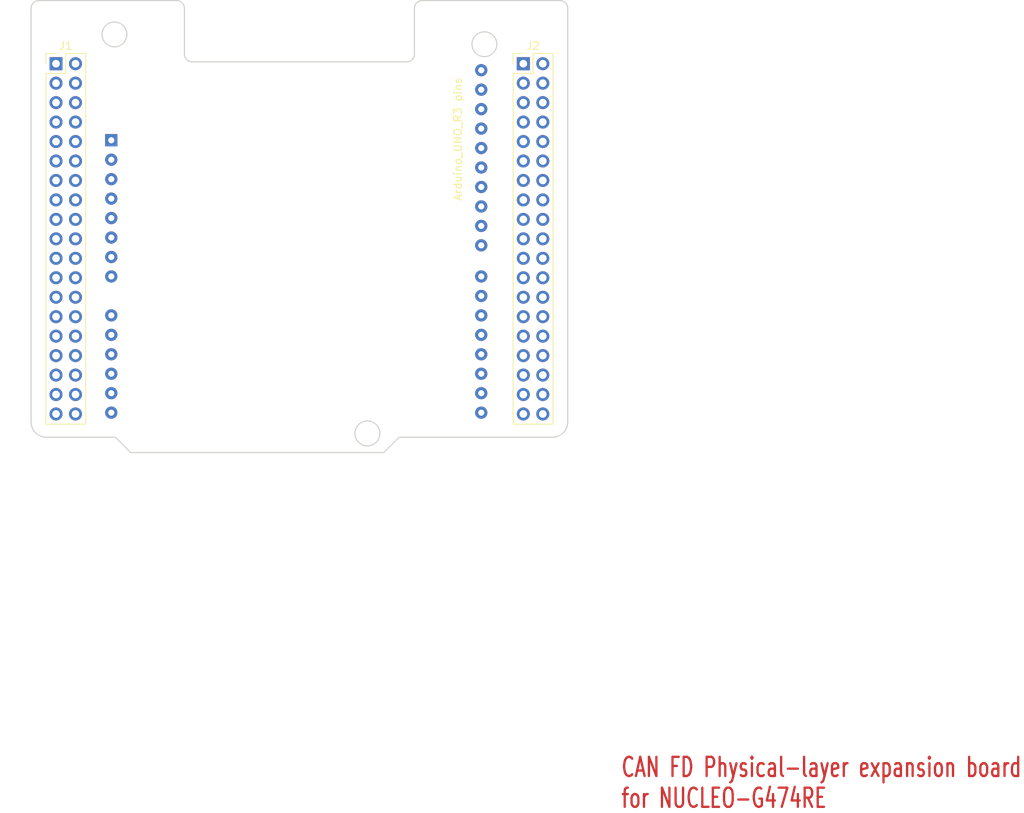
<source format=kicad_pcb>
(kicad_pcb (version 20171130) (host pcbnew "(5.1.5)-3")

  (general
    (thickness 1.6)
    (drawings 24)
    (tracks 0)
    (zones 0)
    (modules 3)
    (nets 77)
  )

  (page A4)
  (layers
    (0 F.Cu signal)
    (31 B.Cu signal)
    (32 B.Adhes user)
    (33 F.Adhes user)
    (34 B.Paste user)
    (35 F.Paste user)
    (36 B.SilkS user)
    (37 F.SilkS user)
    (38 B.Mask user)
    (39 F.Mask user)
    (40 Dwgs.User user)
    (41 Cmts.User user)
    (42 Eco1.User user)
    (43 Eco2.User user)
    (44 Edge.Cuts user)
    (45 Margin user)
    (46 B.CrtYd user)
    (47 F.CrtYd user)
    (48 B.Fab user)
    (49 F.Fab user)
  )

  (setup
    (last_trace_width 0.25)
    (trace_clearance 0.2)
    (zone_clearance 0.508)
    (zone_45_only no)
    (trace_min 0.2)
    (via_size 0.8)
    (via_drill 0.4)
    (via_min_size 0.4)
    (via_min_drill 0.3)
    (uvia_size 0.3)
    (uvia_drill 0.1)
    (uvias_allowed no)
    (uvia_min_size 0.2)
    (uvia_min_drill 0.1)
    (edge_width 0.05)
    (segment_width 0.2)
    (pcb_text_width 0.3)
    (pcb_text_size 1.5 1.5)
    (mod_edge_width 0.12)
    (mod_text_size 1 1)
    (mod_text_width 0.15)
    (pad_size 1.524 1.524)
    (pad_drill 0.762)
    (pad_to_mask_clearance 0.051)
    (solder_mask_min_width 0.25)
    (aux_axis_origin 0 0)
    (grid_origin 102.235 126.873)
    (visible_elements FFFFFF7F)
    (pcbplotparams
      (layerselection 0x010fc_ffffffff)
      (usegerberextensions false)
      (usegerberattributes false)
      (usegerberadvancedattributes false)
      (creategerberjobfile false)
      (excludeedgelayer true)
      (linewidth 0.100000)
      (plotframeref false)
      (viasonmask false)
      (mode 1)
      (useauxorigin false)
      (hpglpennumber 1)
      (hpglpenspeed 20)
      (hpglpendiameter 15.000000)
      (psnegative false)
      (psa4output false)
      (plotreference true)
      (plotvalue true)
      (plotinvisibletext false)
      (padsonsilk false)
      (subtractmaskfromsilk false)
      (outputformat 1)
      (mirror false)
      (drillshape 1)
      (scaleselection 1)
      (outputdirectory ""))
  )

  (net 0 "")
  (net 1 "Net-(J1-Pad1)")
  (net 2 "Net-(J1-Pad2)")
  (net 3 "Net-(J1-Pad3)")
  (net 4 "Net-(J1-Pad4)")
  (net 5 "Net-(J1-Pad5)")
  (net 6 "Net-(J1-Pad6)")
  (net 7 "Net-(J1-Pad7)")
  (net 8 "Net-(J1-Pad8)")
  (net 9 "Net-(J1-Pad9)")
  (net 10 "Net-(J1-Pad10)")
  (net 11 "Net-(J1-Pad11)")
  (net 12 "Net-(J1-Pad12)")
  (net 13 "Net-(J1-Pad13)")
  (net 14 "Net-(J1-Pad14)")
  (net 15 "Net-(J1-Pad15)")
  (net 16 "Net-(J1-Pad16)")
  (net 17 "Net-(J1-Pad17)")
  (net 18 "Net-(J1-Pad18)")
  (net 19 "Net-(J1-Pad19)")
  (net 20 "Net-(J1-Pad20)")
  (net 21 "Net-(J1-Pad21)")
  (net 22 "Net-(J1-Pad22)")
  (net 23 "Net-(J1-Pad23)")
  (net 24 "Net-(J1-Pad24)")
  (net 25 "Net-(J1-Pad25)")
  (net 26 "Net-(J1-Pad26)")
  (net 27 "Net-(J1-Pad27)")
  (net 28 "Net-(J1-Pad28)")
  (net 29 "Net-(J1-Pad29)")
  (net 30 "Net-(J1-Pad30)")
  (net 31 "Net-(J1-Pad31)")
  (net 32 "Net-(J1-Pad32)")
  (net 33 "Net-(J1-Pad33)")
  (net 34 "Net-(J1-Pad34)")
  (net 35 "Net-(J1-Pad35)")
  (net 36 "Net-(J1-Pad36)")
  (net 37 "Net-(J1-Pad37)")
  (net 38 "Net-(J1-Pad38)")
  (net 39 "Net-(J2-Pad1)")
  (net 40 "Net-(J2-Pad2)")
  (net 41 "Net-(J2-Pad3)")
  (net 42 "Net-(J2-Pad4)")
  (net 43 "Net-(J2-Pad5)")
  (net 44 "Net-(J2-Pad6)")
  (net 45 "Net-(J2-Pad7)")
  (net 46 "Net-(J2-Pad8)")
  (net 47 "Net-(J2-Pad9)")
  (net 48 "Net-(J2-Pad10)")
  (net 49 "Net-(J2-Pad11)")
  (net 50 "Net-(J2-Pad12)")
  (net 51 "Net-(J2-Pad13)")
  (net 52 "Net-(J2-Pad14)")
  (net 53 "Net-(J2-Pad15)")
  (net 54 "Net-(J2-Pad16)")
  (net 55 "Net-(J2-Pad17)")
  (net 56 "Net-(J2-Pad18)")
  (net 57 "Net-(J2-Pad19)")
  (net 58 "Net-(J2-Pad20)")
  (net 59 "Net-(J2-Pad21)")
  (net 60 "Net-(J2-Pad22)")
  (net 61 "Net-(J2-Pad23)")
  (net 62 "Net-(J2-Pad24)")
  (net 63 "Net-(J2-Pad25)")
  (net 64 "Net-(J2-Pad26)")
  (net 65 "Net-(J2-Pad27)")
  (net 66 "Net-(J2-Pad28)")
  (net 67 "Net-(J2-Pad29)")
  (net 68 "Net-(J2-Pad30)")
  (net 69 "Net-(J2-Pad31)")
  (net 70 "Net-(J2-Pad32)")
  (net 71 "Net-(J2-Pad33)")
  (net 72 "Net-(J2-Pad34)")
  (net 73 "Net-(J2-Pad35)")
  (net 74 "Net-(J2-Pad36)")
  (net 75 "Net-(J2-Pad37)")
  (net 76 "Net-(J2-Pad38)")

  (net_class Default "This is the default net class."
    (clearance 0.2)
    (trace_width 0.25)
    (via_dia 0.8)
    (via_drill 0.4)
    (uvia_dia 0.3)
    (uvia_drill 0.1)
    (add_net "Net-(J1-Pad1)")
    (add_net "Net-(J1-Pad10)")
    (add_net "Net-(J1-Pad11)")
    (add_net "Net-(J1-Pad12)")
    (add_net "Net-(J1-Pad13)")
    (add_net "Net-(J1-Pad14)")
    (add_net "Net-(J1-Pad15)")
    (add_net "Net-(J1-Pad16)")
    (add_net "Net-(J1-Pad17)")
    (add_net "Net-(J1-Pad18)")
    (add_net "Net-(J1-Pad19)")
    (add_net "Net-(J1-Pad2)")
    (add_net "Net-(J1-Pad20)")
    (add_net "Net-(J1-Pad21)")
    (add_net "Net-(J1-Pad22)")
    (add_net "Net-(J1-Pad23)")
    (add_net "Net-(J1-Pad24)")
    (add_net "Net-(J1-Pad25)")
    (add_net "Net-(J1-Pad26)")
    (add_net "Net-(J1-Pad27)")
    (add_net "Net-(J1-Pad28)")
    (add_net "Net-(J1-Pad29)")
    (add_net "Net-(J1-Pad3)")
    (add_net "Net-(J1-Pad30)")
    (add_net "Net-(J1-Pad31)")
    (add_net "Net-(J1-Pad32)")
    (add_net "Net-(J1-Pad33)")
    (add_net "Net-(J1-Pad34)")
    (add_net "Net-(J1-Pad35)")
    (add_net "Net-(J1-Pad36)")
    (add_net "Net-(J1-Pad37)")
    (add_net "Net-(J1-Pad38)")
    (add_net "Net-(J1-Pad4)")
    (add_net "Net-(J1-Pad5)")
    (add_net "Net-(J1-Pad6)")
    (add_net "Net-(J1-Pad7)")
    (add_net "Net-(J1-Pad8)")
    (add_net "Net-(J1-Pad9)")
    (add_net "Net-(J2-Pad1)")
    (add_net "Net-(J2-Pad10)")
    (add_net "Net-(J2-Pad11)")
    (add_net "Net-(J2-Pad12)")
    (add_net "Net-(J2-Pad13)")
    (add_net "Net-(J2-Pad14)")
    (add_net "Net-(J2-Pad15)")
    (add_net "Net-(J2-Pad16)")
    (add_net "Net-(J2-Pad17)")
    (add_net "Net-(J2-Pad18)")
    (add_net "Net-(J2-Pad19)")
    (add_net "Net-(J2-Pad2)")
    (add_net "Net-(J2-Pad20)")
    (add_net "Net-(J2-Pad21)")
    (add_net "Net-(J2-Pad22)")
    (add_net "Net-(J2-Pad23)")
    (add_net "Net-(J2-Pad24)")
    (add_net "Net-(J2-Pad25)")
    (add_net "Net-(J2-Pad26)")
    (add_net "Net-(J2-Pad27)")
    (add_net "Net-(J2-Pad28)")
    (add_net "Net-(J2-Pad29)")
    (add_net "Net-(J2-Pad3)")
    (add_net "Net-(J2-Pad30)")
    (add_net "Net-(J2-Pad31)")
    (add_net "Net-(J2-Pad32)")
    (add_net "Net-(J2-Pad33)")
    (add_net "Net-(J2-Pad34)")
    (add_net "Net-(J2-Pad35)")
    (add_net "Net-(J2-Pad36)")
    (add_net "Net-(J2-Pad37)")
    (add_net "Net-(J2-Pad38)")
    (add_net "Net-(J2-Pad4)")
    (add_net "Net-(J2-Pad5)")
    (add_net "Net-(J2-Pad6)")
    (add_net "Net-(J2-Pad7)")
    (add_net "Net-(J2-Pad8)")
    (add_net "Net-(J2-Pad9)")
  )

  (module Modules:Arduino_UNO_R3 (layer B.Cu) (tedit 5E55A5C0) (tstamp 5E55A99D)
    (at 112.695 88.103 270)
    (descr "Arduino UNO R3, http://www.mouser.com/pdfdocs/Gravitech_Arduino_Nano3_0.pdf")
    (tags "Arduino UNO R3")
    (fp_text reference "Arduino_UNO_R3 pins" (at -0.127 -45.212 90) (layer F.SilkS)
      (effects (font (size 1 1) (thickness 0.15)))
    )
    (fp_text value Arduino_UNO_R3_pins (at 6.985 -2.159 90) (layer F.Fab)
      (effects (font (size 1 1) (thickness 0.15)))
    )
    (pad 16 thru_hole oval (at 33.02 -48.26 180) (size 1.6 1.6) (drill 0.8) (layers *.Cu *.Mask))
    (pad 15 thru_hole oval (at 35.56 -48.26 180) (size 1.6 1.6) (drill 0.8) (layers *.Cu *.Mask))
    (pad 30 thru_hole oval (at -4.06 -48.26 180) (size 1.6 1.6) (drill 0.8) (layers *.Cu *.Mask))
    (pad 14 thru_hole oval (at 35.56 0 180) (size 1.6 1.6) (drill 0.8) (layers *.Cu *.Mask))
    (pad 29 thru_hole oval (at -1.52 -48.26 180) (size 1.6 1.6) (drill 0.8) (layers *.Cu *.Mask))
    (pad 13 thru_hole oval (at 33.02 0 180) (size 1.6 1.6) (drill 0.8) (layers *.Cu *.Mask))
    (pad 28 thru_hole oval (at 1.02 -48.26 180) (size 1.6 1.6) (drill 0.8) (layers *.Cu *.Mask))
    (pad 12 thru_hole oval (at 30.48 0 180) (size 1.6 1.6) (drill 0.8) (layers *.Cu *.Mask))
    (pad 27 thru_hole oval (at 3.56 -48.26 180) (size 1.6 1.6) (drill 0.8) (layers *.Cu *.Mask))
    (pad 11 thru_hole oval (at 27.94 0 180) (size 1.6 1.6) (drill 0.8) (layers *.Cu *.Mask))
    (pad 26 thru_hole oval (at 6.1 -48.26 180) (size 1.6 1.6) (drill 0.8) (layers *.Cu *.Mask))
    (pad 10 thru_hole oval (at 25.4 0 180) (size 1.6 1.6) (drill 0.8) (layers *.Cu *.Mask))
    (pad 25 thru_hole oval (at 8.64 -48.26 180) (size 1.6 1.6) (drill 0.8) (layers *.Cu *.Mask))
    (pad 9 thru_hole oval (at 22.86 0 180) (size 1.6 1.6) (drill 0.8) (layers *.Cu *.Mask))
    (pad 24 thru_hole oval (at 11.18 -48.26 180) (size 1.6 1.6) (drill 0.8) (layers *.Cu *.Mask))
    (pad 8 thru_hole oval (at 17.78 0 180) (size 1.6 1.6) (drill 0.8) (layers *.Cu *.Mask))
    (pad 23 thru_hole oval (at 13.72 -48.26 180) (size 1.6 1.6) (drill 0.8) (layers *.Cu *.Mask))
    (pad 7 thru_hole oval (at 15.24 0 180) (size 1.6 1.6) (drill 0.8) (layers *.Cu *.Mask))
    (pad 22 thru_hole oval (at 17.78 -48.26 180) (size 1.6 1.6) (drill 0.8) (layers *.Cu *.Mask))
    (pad 6 thru_hole oval (at 12.7 0 180) (size 1.6 1.6) (drill 0.8) (layers *.Cu *.Mask))
    (pad 21 thru_hole oval (at 20.32 -48.26 180) (size 1.6 1.6) (drill 0.8) (layers *.Cu *.Mask))
    (pad 5 thru_hole oval (at 10.16 0 180) (size 1.6 1.6) (drill 0.8) (layers *.Cu *.Mask))
    (pad 20 thru_hole oval (at 22.86 -48.26 180) (size 1.6 1.6) (drill 0.8) (layers *.Cu *.Mask))
    (pad 4 thru_hole oval (at 7.62 0 180) (size 1.6 1.6) (drill 0.8) (layers *.Cu *.Mask))
    (pad 19 thru_hole oval (at 25.4 -48.26 180) (size 1.6 1.6) (drill 0.8) (layers *.Cu *.Mask))
    (pad 3 thru_hole oval (at 5.08 0 180) (size 1.6 1.6) (drill 0.8) (layers *.Cu *.Mask))
    (pad 18 thru_hole oval (at 27.94 -48.26 180) (size 1.6 1.6) (drill 0.8) (layers *.Cu *.Mask))
    (pad 2 thru_hole oval (at 2.54 0 180) (size 1.6 1.6) (drill 0.8) (layers *.Cu *.Mask))
    (pad 17 thru_hole oval (at 30.48 -48.26 180) (size 1.6 1.6) (drill 0.8) (layers *.Cu *.Mask))
    (pad 1 thru_hole rect (at 0 0 180) (size 1.6 1.6) (drill 0.8) (layers *.Cu *.Mask))
    (pad 31 thru_hole oval (at -6.6 -48.26 180) (size 1.6 1.6) (drill 0.8) (layers *.Cu *.Mask))
    (pad 32 thru_hole oval (at -9.14 -48.26 180) (size 1.6 1.6) (drill 0.8) (layers *.Cu *.Mask))
  )

  (module Pin_Headers:Pin_Header_Straight_2x19_Pitch2.54mm (layer F.Cu) (tedit 59650533) (tstamp 5E55984A)
    (at 166.445 78.113)
    (descr "Through hole straight pin header, 2x19, 2.54mm pitch, double rows")
    (tags "Through hole pin header THT 2x19 2.54mm double row")
    (path /5E56FB6E)
    (fp_text reference J2 (at 1.27 -2.33) (layer F.SilkS)
      (effects (font (size 1 1) (thickness 0.15)))
    )
    (fp_text value Conn_02x19_Odd_Even (at 1.27 48.05) (layer F.Fab)
      (effects (font (size 1 1) (thickness 0.15)))
    )
    (fp_line (start 0 -1.27) (end 3.81 -1.27) (layer F.Fab) (width 0.1))
    (fp_line (start 3.81 -1.27) (end 3.81 46.99) (layer F.Fab) (width 0.1))
    (fp_line (start 3.81 46.99) (end -1.27 46.99) (layer F.Fab) (width 0.1))
    (fp_line (start -1.27 46.99) (end -1.27 0) (layer F.Fab) (width 0.1))
    (fp_line (start -1.27 0) (end 0 -1.27) (layer F.Fab) (width 0.1))
    (fp_line (start -1.33 47.05) (end 3.87 47.05) (layer F.SilkS) (width 0.12))
    (fp_line (start -1.33 1.27) (end -1.33 47.05) (layer F.SilkS) (width 0.12))
    (fp_line (start 3.87 -1.33) (end 3.87 47.05) (layer F.SilkS) (width 0.12))
    (fp_line (start -1.33 1.27) (end 1.27 1.27) (layer F.SilkS) (width 0.12))
    (fp_line (start 1.27 1.27) (end 1.27 -1.33) (layer F.SilkS) (width 0.12))
    (fp_line (start 1.27 -1.33) (end 3.87 -1.33) (layer F.SilkS) (width 0.12))
    (fp_line (start -1.33 0) (end -1.33 -1.33) (layer F.SilkS) (width 0.12))
    (fp_line (start -1.33 -1.33) (end 0 -1.33) (layer F.SilkS) (width 0.12))
    (fp_line (start -1.8 -1.8) (end -1.8 47.5) (layer F.CrtYd) (width 0.05))
    (fp_line (start -1.8 47.5) (end 4.35 47.5) (layer F.CrtYd) (width 0.05))
    (fp_line (start 4.35 47.5) (end 4.35 -1.8) (layer F.CrtYd) (width 0.05))
    (fp_line (start 4.35 -1.8) (end -1.8 -1.8) (layer F.CrtYd) (width 0.05))
    (fp_text user %R (at 1.27 22.86 90) (layer F.Fab)
      (effects (font (size 1 1) (thickness 0.15)))
    )
    (pad 1 thru_hole rect (at 0 0) (size 1.7 1.7) (drill 1) (layers *.Cu *.Mask)
      (net 39 "Net-(J2-Pad1)"))
    (pad 2 thru_hole oval (at 2.54 0) (size 1.7 1.7) (drill 1) (layers *.Cu *.Mask)
      (net 40 "Net-(J2-Pad2)"))
    (pad 3 thru_hole oval (at 0 2.54) (size 1.7 1.7) (drill 1) (layers *.Cu *.Mask)
      (net 41 "Net-(J2-Pad3)"))
    (pad 4 thru_hole oval (at 2.54 2.54) (size 1.7 1.7) (drill 1) (layers *.Cu *.Mask)
      (net 42 "Net-(J2-Pad4)"))
    (pad 5 thru_hole oval (at 0 5.08) (size 1.7 1.7) (drill 1) (layers *.Cu *.Mask)
      (net 43 "Net-(J2-Pad5)"))
    (pad 6 thru_hole oval (at 2.54 5.08) (size 1.7 1.7) (drill 1) (layers *.Cu *.Mask)
      (net 44 "Net-(J2-Pad6)"))
    (pad 7 thru_hole oval (at 0 7.62) (size 1.7 1.7) (drill 1) (layers *.Cu *.Mask)
      (net 45 "Net-(J2-Pad7)"))
    (pad 8 thru_hole oval (at 2.54 7.62) (size 1.7 1.7) (drill 1) (layers *.Cu *.Mask)
      (net 46 "Net-(J2-Pad8)"))
    (pad 9 thru_hole oval (at 0 10.16) (size 1.7 1.7) (drill 1) (layers *.Cu *.Mask)
      (net 47 "Net-(J2-Pad9)"))
    (pad 10 thru_hole oval (at 2.54 10.16) (size 1.7 1.7) (drill 1) (layers *.Cu *.Mask)
      (net 48 "Net-(J2-Pad10)"))
    (pad 11 thru_hole oval (at 0 12.7) (size 1.7 1.7) (drill 1) (layers *.Cu *.Mask)
      (net 49 "Net-(J2-Pad11)"))
    (pad 12 thru_hole oval (at 2.54 12.7) (size 1.7 1.7) (drill 1) (layers *.Cu *.Mask)
      (net 50 "Net-(J2-Pad12)"))
    (pad 13 thru_hole oval (at 0 15.24) (size 1.7 1.7) (drill 1) (layers *.Cu *.Mask)
      (net 51 "Net-(J2-Pad13)"))
    (pad 14 thru_hole oval (at 2.54 15.24) (size 1.7 1.7) (drill 1) (layers *.Cu *.Mask)
      (net 52 "Net-(J2-Pad14)"))
    (pad 15 thru_hole oval (at 0 17.78) (size 1.7 1.7) (drill 1) (layers *.Cu *.Mask)
      (net 53 "Net-(J2-Pad15)"))
    (pad 16 thru_hole oval (at 2.54 17.78) (size 1.7 1.7) (drill 1) (layers *.Cu *.Mask)
      (net 54 "Net-(J2-Pad16)"))
    (pad 17 thru_hole oval (at 0 20.32) (size 1.7 1.7) (drill 1) (layers *.Cu *.Mask)
      (net 55 "Net-(J2-Pad17)"))
    (pad 18 thru_hole oval (at 2.54 20.32) (size 1.7 1.7) (drill 1) (layers *.Cu *.Mask)
      (net 56 "Net-(J2-Pad18)"))
    (pad 19 thru_hole oval (at 0 22.86) (size 1.7 1.7) (drill 1) (layers *.Cu *.Mask)
      (net 57 "Net-(J2-Pad19)"))
    (pad 20 thru_hole oval (at 2.54 22.86) (size 1.7 1.7) (drill 1) (layers *.Cu *.Mask)
      (net 58 "Net-(J2-Pad20)"))
    (pad 21 thru_hole oval (at 0 25.4) (size 1.7 1.7) (drill 1) (layers *.Cu *.Mask)
      (net 59 "Net-(J2-Pad21)"))
    (pad 22 thru_hole oval (at 2.54 25.4) (size 1.7 1.7) (drill 1) (layers *.Cu *.Mask)
      (net 60 "Net-(J2-Pad22)"))
    (pad 23 thru_hole oval (at 0 27.94) (size 1.7 1.7) (drill 1) (layers *.Cu *.Mask)
      (net 61 "Net-(J2-Pad23)"))
    (pad 24 thru_hole oval (at 2.54 27.94) (size 1.7 1.7) (drill 1) (layers *.Cu *.Mask)
      (net 62 "Net-(J2-Pad24)"))
    (pad 25 thru_hole oval (at 0 30.48) (size 1.7 1.7) (drill 1) (layers *.Cu *.Mask)
      (net 63 "Net-(J2-Pad25)"))
    (pad 26 thru_hole oval (at 2.54 30.48) (size 1.7 1.7) (drill 1) (layers *.Cu *.Mask)
      (net 64 "Net-(J2-Pad26)"))
    (pad 27 thru_hole oval (at 0 33.02) (size 1.7 1.7) (drill 1) (layers *.Cu *.Mask)
      (net 65 "Net-(J2-Pad27)"))
    (pad 28 thru_hole oval (at 2.54 33.02) (size 1.7 1.7) (drill 1) (layers *.Cu *.Mask)
      (net 66 "Net-(J2-Pad28)"))
    (pad 29 thru_hole oval (at 0 35.56) (size 1.7 1.7) (drill 1) (layers *.Cu *.Mask)
      (net 67 "Net-(J2-Pad29)"))
    (pad 30 thru_hole oval (at 2.54 35.56) (size 1.7 1.7) (drill 1) (layers *.Cu *.Mask)
      (net 68 "Net-(J2-Pad30)"))
    (pad 31 thru_hole oval (at 0 38.1) (size 1.7 1.7) (drill 1) (layers *.Cu *.Mask)
      (net 69 "Net-(J2-Pad31)"))
    (pad 32 thru_hole oval (at 2.54 38.1) (size 1.7 1.7) (drill 1) (layers *.Cu *.Mask)
      (net 70 "Net-(J2-Pad32)"))
    (pad 33 thru_hole oval (at 0 40.64) (size 1.7 1.7) (drill 1) (layers *.Cu *.Mask)
      (net 71 "Net-(J2-Pad33)"))
    (pad 34 thru_hole oval (at 2.54 40.64) (size 1.7 1.7) (drill 1) (layers *.Cu *.Mask)
      (net 72 "Net-(J2-Pad34)"))
    (pad 35 thru_hole oval (at 0 43.18) (size 1.7 1.7) (drill 1) (layers *.Cu *.Mask)
      (net 73 "Net-(J2-Pad35)"))
    (pad 36 thru_hole oval (at 2.54 43.18) (size 1.7 1.7) (drill 1) (layers *.Cu *.Mask)
      (net 74 "Net-(J2-Pad36)"))
    (pad 37 thru_hole oval (at 0 45.72) (size 1.7 1.7) (drill 1) (layers *.Cu *.Mask)
      (net 75 "Net-(J2-Pad37)"))
    (pad 38 thru_hole oval (at 2.54 45.72) (size 1.7 1.7) (drill 1) (layers *.Cu *.Mask)
      (net 76 "Net-(J2-Pad38)"))
    (model ${KISYS3DMOD}/Pin_Headers.3dshapes/Pin_Header_Straight_2x19_Pitch2.54mm.wrl
      (at (xyz 0 0 0))
      (scale (xyz 1 1 1))
      (rotate (xyz 0 0 0))
    )
  )

  (module Pin_Headers:Pin_Header_Straight_2x19_Pitch2.54mm (layer F.Cu) (tedit 59650533) (tstamp 5E55A3C6)
    (at 105.485 78.113)
    (descr "Through hole straight pin header, 2x19, 2.54mm pitch, double rows")
    (tags "Through hole pin header THT 2x19 2.54mm double row")
    (path /5E55969A)
    (fp_text reference J1 (at 1.27 -2.33) (layer F.SilkS)
      (effects (font (size 1 1) (thickness 0.15)))
    )
    (fp_text value Conn_02x19_Odd_Even (at 1.27 48.05) (layer F.Fab)
      (effects (font (size 1 1) (thickness 0.15)))
    )
    (fp_line (start 0 -1.27) (end 3.81 -1.27) (layer F.Fab) (width 0.1))
    (fp_line (start 3.81 -1.27) (end 3.81 46.99) (layer F.Fab) (width 0.1))
    (fp_line (start 3.81 46.99) (end -1.27 46.99) (layer F.Fab) (width 0.1))
    (fp_line (start -1.27 46.99) (end -1.27 0) (layer F.Fab) (width 0.1))
    (fp_line (start -1.27 0) (end 0 -1.27) (layer F.Fab) (width 0.1))
    (fp_line (start -1.33 47.05) (end 3.87 47.05) (layer F.SilkS) (width 0.12))
    (fp_line (start -1.33 1.27) (end -1.33 47.05) (layer F.SilkS) (width 0.12))
    (fp_line (start 3.87 -1.33) (end 3.87 47.05) (layer F.SilkS) (width 0.12))
    (fp_line (start -1.33 1.27) (end 1.27 1.27) (layer F.SilkS) (width 0.12))
    (fp_line (start 1.27 1.27) (end 1.27 -1.33) (layer F.SilkS) (width 0.12))
    (fp_line (start 1.27 -1.33) (end 3.87 -1.33) (layer F.SilkS) (width 0.12))
    (fp_line (start -1.33 0) (end -1.33 -1.33) (layer F.SilkS) (width 0.12))
    (fp_line (start -1.33 -1.33) (end 0 -1.33) (layer F.SilkS) (width 0.12))
    (fp_line (start -1.8 -1.8) (end -1.8 47.5) (layer F.CrtYd) (width 0.05))
    (fp_line (start -1.8 47.5) (end 4.35 47.5) (layer F.CrtYd) (width 0.05))
    (fp_line (start 4.35 47.5) (end 4.35 -1.8) (layer F.CrtYd) (width 0.05))
    (fp_line (start 4.35 -1.8) (end -1.8 -1.8) (layer F.CrtYd) (width 0.05))
    (fp_text user %R (at 1.27 22.86 90) (layer F.Fab)
      (effects (font (size 1 1) (thickness 0.15)))
    )
    (pad 1 thru_hole rect (at 0 0) (size 1.7 1.7) (drill 1) (layers *.Cu *.Mask)
      (net 1 "Net-(J1-Pad1)"))
    (pad 2 thru_hole oval (at 2.54 0) (size 1.7 1.7) (drill 1) (layers *.Cu *.Mask)
      (net 2 "Net-(J1-Pad2)"))
    (pad 3 thru_hole oval (at 0 2.54) (size 1.7 1.7) (drill 1) (layers *.Cu *.Mask)
      (net 3 "Net-(J1-Pad3)"))
    (pad 4 thru_hole oval (at 2.54 2.54) (size 1.7 1.7) (drill 1) (layers *.Cu *.Mask)
      (net 4 "Net-(J1-Pad4)"))
    (pad 5 thru_hole oval (at 0 5.08) (size 1.7 1.7) (drill 1) (layers *.Cu *.Mask)
      (net 5 "Net-(J1-Pad5)"))
    (pad 6 thru_hole oval (at 2.54 5.08) (size 1.7 1.7) (drill 1) (layers *.Cu *.Mask)
      (net 6 "Net-(J1-Pad6)"))
    (pad 7 thru_hole oval (at 0 7.62) (size 1.7 1.7) (drill 1) (layers *.Cu *.Mask)
      (net 7 "Net-(J1-Pad7)"))
    (pad 8 thru_hole oval (at 2.54 7.62) (size 1.7 1.7) (drill 1) (layers *.Cu *.Mask)
      (net 8 "Net-(J1-Pad8)"))
    (pad 9 thru_hole oval (at 0 10.16) (size 1.7 1.7) (drill 1) (layers *.Cu *.Mask)
      (net 9 "Net-(J1-Pad9)"))
    (pad 10 thru_hole oval (at 2.54 10.16) (size 1.7 1.7) (drill 1) (layers *.Cu *.Mask)
      (net 10 "Net-(J1-Pad10)"))
    (pad 11 thru_hole oval (at 0 12.7) (size 1.7 1.7) (drill 1) (layers *.Cu *.Mask)
      (net 11 "Net-(J1-Pad11)"))
    (pad 12 thru_hole oval (at 2.54 12.7) (size 1.7 1.7) (drill 1) (layers *.Cu *.Mask)
      (net 12 "Net-(J1-Pad12)"))
    (pad 13 thru_hole oval (at 0 15.24) (size 1.7 1.7) (drill 1) (layers *.Cu *.Mask)
      (net 13 "Net-(J1-Pad13)"))
    (pad 14 thru_hole oval (at 2.54 15.24) (size 1.7 1.7) (drill 1) (layers *.Cu *.Mask)
      (net 14 "Net-(J1-Pad14)"))
    (pad 15 thru_hole oval (at 0 17.78) (size 1.7 1.7) (drill 1) (layers *.Cu *.Mask)
      (net 15 "Net-(J1-Pad15)"))
    (pad 16 thru_hole oval (at 2.54 17.78) (size 1.7 1.7) (drill 1) (layers *.Cu *.Mask)
      (net 16 "Net-(J1-Pad16)"))
    (pad 17 thru_hole oval (at 0 20.32) (size 1.7 1.7) (drill 1) (layers *.Cu *.Mask)
      (net 17 "Net-(J1-Pad17)"))
    (pad 18 thru_hole oval (at 2.54 20.32) (size 1.7 1.7) (drill 1) (layers *.Cu *.Mask)
      (net 18 "Net-(J1-Pad18)"))
    (pad 19 thru_hole oval (at 0 22.86) (size 1.7 1.7) (drill 1) (layers *.Cu *.Mask)
      (net 19 "Net-(J1-Pad19)"))
    (pad 20 thru_hole oval (at 2.54 22.86) (size 1.7 1.7) (drill 1) (layers *.Cu *.Mask)
      (net 20 "Net-(J1-Pad20)"))
    (pad 21 thru_hole oval (at 0 25.4) (size 1.7 1.7) (drill 1) (layers *.Cu *.Mask)
      (net 21 "Net-(J1-Pad21)"))
    (pad 22 thru_hole oval (at 2.54 25.4) (size 1.7 1.7) (drill 1) (layers *.Cu *.Mask)
      (net 22 "Net-(J1-Pad22)"))
    (pad 23 thru_hole oval (at 0 27.94) (size 1.7 1.7) (drill 1) (layers *.Cu *.Mask)
      (net 23 "Net-(J1-Pad23)"))
    (pad 24 thru_hole oval (at 2.54 27.94) (size 1.7 1.7) (drill 1) (layers *.Cu *.Mask)
      (net 24 "Net-(J1-Pad24)"))
    (pad 25 thru_hole oval (at 0 30.48) (size 1.7 1.7) (drill 1) (layers *.Cu *.Mask)
      (net 25 "Net-(J1-Pad25)"))
    (pad 26 thru_hole oval (at 2.54 30.48) (size 1.7 1.7) (drill 1) (layers *.Cu *.Mask)
      (net 26 "Net-(J1-Pad26)"))
    (pad 27 thru_hole oval (at 0 33.02) (size 1.7 1.7) (drill 1) (layers *.Cu *.Mask)
      (net 27 "Net-(J1-Pad27)"))
    (pad 28 thru_hole oval (at 2.54 33.02) (size 1.7 1.7) (drill 1) (layers *.Cu *.Mask)
      (net 28 "Net-(J1-Pad28)"))
    (pad 29 thru_hole oval (at 0 35.56) (size 1.7 1.7) (drill 1) (layers *.Cu *.Mask)
      (net 29 "Net-(J1-Pad29)"))
    (pad 30 thru_hole oval (at 2.54 35.56) (size 1.7 1.7) (drill 1) (layers *.Cu *.Mask)
      (net 30 "Net-(J1-Pad30)"))
    (pad 31 thru_hole oval (at 0 38.1) (size 1.7 1.7) (drill 1) (layers *.Cu *.Mask)
      (net 31 "Net-(J1-Pad31)"))
    (pad 32 thru_hole oval (at 2.54 38.1) (size 1.7 1.7) (drill 1) (layers *.Cu *.Mask)
      (net 32 "Net-(J1-Pad32)"))
    (pad 33 thru_hole oval (at 0 40.64) (size 1.7 1.7) (drill 1) (layers *.Cu *.Mask)
      (net 33 "Net-(J1-Pad33)"))
    (pad 34 thru_hole oval (at 2.54 40.64) (size 1.7 1.7) (drill 1) (layers *.Cu *.Mask)
      (net 34 "Net-(J1-Pad34)"))
    (pad 35 thru_hole oval (at 0 43.18) (size 1.7 1.7) (drill 1) (layers *.Cu *.Mask)
      (net 35 "Net-(J1-Pad35)"))
    (pad 36 thru_hole oval (at 2.54 43.18) (size 1.7 1.7) (drill 1) (layers *.Cu *.Mask)
      (net 36 "Net-(J1-Pad36)"))
    (pad 37 thru_hole oval (at 0 45.72) (size 1.7 1.7) (drill 1) (layers *.Cu *.Mask)
      (net 37 "Net-(J1-Pad37)"))
    (pad 38 thru_hole oval (at 2.54 45.72) (size 1.7 1.7) (drill 1) (layers *.Cu *.Mask)
      (net 38 "Net-(J1-Pad38)"))
    (model ${KISYS3DMOD}/Pin_Headers.3dshapes/Pin_Header_Straight_2x19_Pitch2.54mm.wrl
      (at (xyz 0 0 0))
      (scale (xyz 1 1 1))
      (rotate (xyz 0 0 0))
    )
  )

  (gr_text "CAN FD Physical-layer expansion board\nfor NUCLEO-G474RE" (at 179.07 171.958) (layer F.Cu)
    (effects (font (size 2.5 1.7) (thickness 0.3)) (justify left))
  )
  (gr_line (start 103.235 69.873) (end 121.235 69.873) (layer Edge.Cuts) (width 0.15) (tstamp 5E5597CB))
  (gr_line (start 104.235 126.873) (end 113.235 126.873) (layer Edge.Cuts) (width 0.15) (tstamp 5E5597CE))
  (gr_line (start 150.235 126.873) (end 170.235 126.873) (layer Edge.Cuts) (width 0.15) (tstamp 5E5597D1))
  (gr_line (start 113.235 126.873) (end 115.235 128.873) (layer Edge.Cuts) (width 0.15) (tstamp 5E5597D4))
  (gr_line (start 148.235 128.873) (end 150.235 126.873) (layer Edge.Cuts) (width 0.15) (tstamp 5E5597DA))
  (gr_line (start 115.235 128.873) (end 148.235 128.873) (layer Edge.Cuts) (width 0.15) (tstamp 5E5597D7))
  (gr_line (start 122.235 70.873) (end 122.235 76.873) (layer Edge.Cuts) (width 0.15) (tstamp 5E5597DD))
  (gr_line (start 102.235 124.873) (end 102.235 70.873) (layer Edge.Cuts) (width 0.15) (tstamp 5E5597E0))
  (gr_arc (start 171.235 70.873) (end 171.235 69.873) (angle 90) (layer Edge.Cuts) (width 0.15) (tstamp 5E5597EF))
  (gr_arc (start 121.235 70.873) (end 121.235 69.873) (angle 90) (layer Edge.Cuts) (width 0.15) (tstamp 5E5597FB))
  (gr_line (start 151.235 77.873) (end 123.235 77.873) (layer Edge.Cuts) (width 0.15) (tstamp 5E5597FE))
  (gr_arc (start 123.235 76.873) (end 123.235 77.873) (angle 90) (layer Edge.Cuts) (width 0.15) (tstamp 5E559807))
  (gr_arc (start 153.235 70.873) (end 152.235 70.873) (angle 90) (layer Edge.Cuts) (width 0.15) (tstamp 5E559801))
  (gr_arc (start 103.235 70.873) (end 102.235 70.873) (angle 90) (layer Edge.Cuts) (width 0.15) (tstamp 5E55980A))
  (gr_arc (start 151.235 76.873) (end 152.235 76.873) (angle 90) (layer Edge.Cuts) (width 0.15) (tstamp 5E5597F2))
  (gr_arc (start 170.235 124.873) (end 172.235 124.873) (angle 90) (layer Edge.Cuts) (width 0.15) (tstamp 5E559804))
  (gr_line (start 172.235 124.873) (end 172.235 70.873) (layer Edge.Cuts) (width 0.15) (tstamp 5E55980D))
  (gr_line (start 152.235 70.873) (end 152.235 76.873) (layer Edge.Cuts) (width 0.15) (tstamp 5E5597F8))
  (gr_line (start 171.235 69.873) (end 153.235 69.873) (layer Edge.Cuts) (width 0.15) (tstamp 5E5597F5))
  (gr_circle (center 161.365 75.573) (end 162.985 75.573) (layer Edge.Cuts) (width 0.15) (tstamp 5E5597E3))
  (gr_circle (center 146.105 126.373) (end 147.735 126.373) (layer Edge.Cuts) (width 0.15) (tstamp 5E5597E6))
  (gr_arc (start 104.235 124.873) (end 104.235 126.873) (angle 90) (layer Edge.Cuts) (width 0.15) (tstamp 5E5597E9))
  (gr_circle (center 113.105 74.293) (end 114.725 74.293) (layer Edge.Cuts) (width 0.15) (tstamp 5E5597EC))

)

</source>
